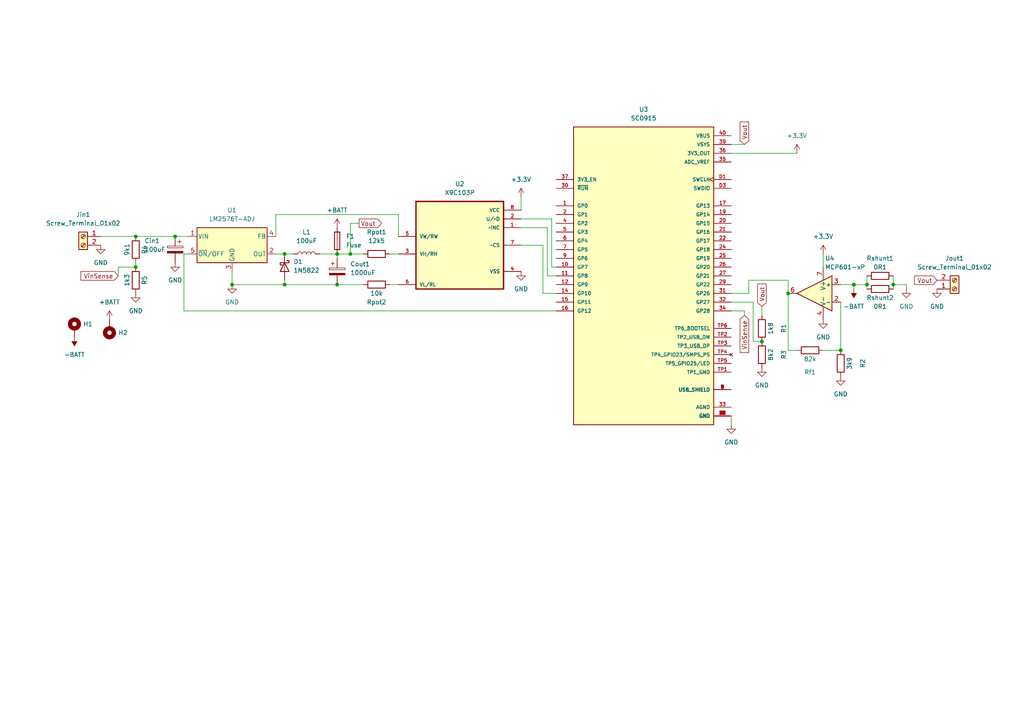
<source format=kicad_sch>
(kicad_sch (version 20211123) (generator eeschema)
  (paper "A4")
  (lib_symbols
    (symbol "Amplifier_Operational:MCP601-xP" (pin_names (offset 0.127))
      (property "Reference" "U" (at 0 6.35 0))
      (property "Value" "MCP601-xP" (at 0 3.81 0))
      (symbol "MCP601-xP_0_1"
        (polyline (pts (xy -5.08 5.08) (xy 5.08 0) (xy -5.08 -5.08) (xy -5.08 5.08)) (stroke (width 0.254)) (fill (type background)))
      )
      (symbol "MCP601-xP_1_1"
        (pin no_connect line (at -5.08 -2.54 90) (length 2.54) hide (name "NC") (number "1"))
        (pin input line (at -7.62 -2.54 0) (length 2.54) (name "-") (number "2"))
        (pin input line (at -7.62 2.54 0) (length 2.54) (name "+") (number "3"))
        (pin power_in line (at -2.54 -7.62 90) (length 3.81) (name "V-") (number "4"))
        (pin no_connect line (at -2.54 -2.54 90) (length 2.54) hide (name "NC") (number "5"))
        (pin output line (at 7.62 0 180) (length 2.54) (name "~") (number "6"))
        (pin power_in line (at -2.54 7.62 270) (length 3.81) (name "V+") (number "7"))
        (pin no_connect line (at 0 -2.54 90) (length 2.54) hide (name "NC") (number "8"))
      )
    )
    (symbol "Connector:Screw_Terminal_01x02" (pin_names (offset 1.016) hide)
      (property "Reference" "J" (at 0 2.54 0))
      (property "Value" "Screw_Terminal_01x02" (at 0 -5.08 0))
      (symbol "Screw_Terminal_01x02_1_1"
        (rectangle (start -1.27 1.27) (end 1.27 -3.81) (stroke (width 0.254)) (fill (type background)))
        (circle (center 0 -2.54) (radius 0.635) (stroke (width 0.1524)))
        (polyline (pts (xy -0.5334 -2.2098) (xy 0.3302 -3.048)) (stroke (width 0.1524)))
        (polyline (pts (xy -0.5334 0.3302) (xy 0.3302 -0.508)) (stroke (width 0.1524)))
        (polyline (pts (xy -0.3556 -2.032) (xy 0.508 -2.8702)) (stroke (width 0.1524)))
        (polyline (pts (xy -0.3556 0.508) (xy 0.508 -0.3302)) (stroke (width 0.1524)))
        (circle (center 0 0) (radius 0.635) (stroke (width 0.1524)))
        (pin passive line (at -5.08 0 0) (length 3.81) (name "Pin_1") (number "1"))
        (pin passive line (at -5.08 -2.54 0) (length 3.81) (name "Pin_2") (number "2"))
      )
    )
    (symbol "Device:C_Polarized" (pin_numbers hide) (pin_names (offset 0.254))
      (property "Reference" "C" (at 0.635 2.54 0))
      (property "Value" "C_Polarized" (at 0.635 -2.54 0))
      (symbol "C_Polarized_0_1"
        (rectangle (start -2.286 0.508) (end 2.286 1.016))
        (polyline (pts (xy -1.778 2.286) (xy -0.762 2.286)))
        (polyline (pts (xy -1.27 2.794) (xy -1.27 1.778)))
        (rectangle (start 2.286 -0.508) (end -2.286 -1.016) (fill (type outline)))
      )
      (symbol "C_Polarized_1_1"
        (pin passive line (at 0 3.81 270) (length 2.794) (name "~") (number "1"))
        (pin passive line (at 0 -3.81 90) (length 2.794) (name "~") (number "2"))
      )
    )
    (symbol "Device:Fuse" (pin_numbers hide) (pin_names (offset 0))
      (property "Reference" "F" (at 2.032 0 90))
      (property "Value" "Fuse" (at -1.905 0 90))
      (symbol "Fuse_0_1"
        (rectangle (start -0.762 -2.54) (end 0.762 2.54) (stroke (width 0.254)))
        (polyline (pts (xy 0 2.54) (xy 0 -2.54)))
      )
      (symbol "Fuse_1_1"
        (pin passive line (at 0 3.81 270) (length 1.27) (name "~") (number "1"))
        (pin passive line (at 0 -3.81 90) (length 1.27) (name "~") (number "2"))
      )
    )
    (symbol "Device:L" (pin_numbers hide) (pin_names (offset 1.016) hide)
      (property "Reference" "L" (at -1.27 0 90))
      (property "Value" "L" (at 1.905 0 90))
      (symbol "L_0_1"
        (arc (start 0 -2.54) (mid 0.635 -1.905) (end 0 -1.27))
        (arc (start 0 -1.27) (mid 0.635 -0.635) (end 0 0))
        (arc (start 0 0) (mid 0.635 0.635) (end 0 1.27))
        (arc (start 0 1.27) (mid 0.635 1.905) (end 0 2.54))
      )
      (symbol "L_1_1"
        (pin passive line (at 0 3.81 270) (length 1.27) (name "1") (number "1"))
        (pin passive line (at 0 -3.81 90) (length 1.27) (name "2") (number "2"))
      )
    )
    (symbol "Device:R" (pin_numbers hide) (pin_names (offset 0))
      (property "Reference" "R" (at 2.032 0 90))
      (property "Value" "R" (at 0 0 90))
      (symbol "R_0_1"
        (rectangle (start -1.016 -2.54) (end 1.016 2.54) (stroke (width 0.254)))
      )
      (symbol "R_1_1"
        (pin passive line (at 0 3.81 270) (length 1.27) (name "~") (number "1"))
        (pin passive line (at 0 -3.81 90) (length 1.27) (name "~") (number "2"))
      )
    )
    (symbol "Diode:1N5822" (pin_numbers hide) (pin_names (offset 1.016) hide)
      (property "Reference" "D" (at 0 2.54 0))
      (property "Value" "1N5822" (at 0 -2.54 0))
      (symbol "1N5822_0_1"
        (polyline (pts (xy 1.27 0) (xy -1.27 0)))
        (polyline (pts (xy 1.27 1.27) (xy 1.27 -1.27) (xy -1.27 0) (xy 1.27 1.27)) (stroke (width 0.254)))
        (polyline (pts (xy -1.905 0.635) (xy -1.905 1.27) (xy -1.27 1.27) (xy -1.27 -1.27) (xy -0.635 -1.27) (xy -0.635 -0.635)) (stroke (width 0.254)))
      )
      (symbol "1N5822_1_1"
        (pin passive line (at -3.81 0 0) (length 2.54) (name "K") (number "1"))
        (pin passive line (at 3.81 0 180) (length 2.54) (name "A") (number "2"))
      )
    )
    (symbol "Mechanical:MountingHole_Pad" (pin_numbers hide) (pin_names (offset 1.016) hide)
      (property "Reference" "H" (at 0 6.35 0))
      (property "Value" "MountingHole_Pad" (at 0 4.445 0))
      (symbol "MountingHole_Pad_0_1"
        (circle (center 0 1.27) (radius 1.27) (stroke (width 1.27)))
      )
      (symbol "MountingHole_Pad_1_1"
        (pin input line (at 0 -2.54 90) (length 2.54) (name "1") (number "1"))
      )
    )
    (symbol "Regulator_Switching:LM2576T-ADJ" (pin_names (offset 0.254))
      (property "Reference" "U" (at -10.16 6.35 0))
      (property "Value" "LM2576T-ADJ" (at 0 6.35 0))
      (symbol "LM2576T-ADJ_0_1"
        (rectangle (start -10.16 5.08) (end 10.16 -5.08) (stroke (width 0.254)) (fill (type background)))
      )
      (symbol "LM2576T-ADJ_1_1"
        (pin power_in line (at -12.7 2.54 0) (length 2.54) (name "VIN") (number "1"))
        (pin output line (at 12.7 -2.54 180) (length 2.54) (name "OUT") (number "2"))
        (pin power_in line (at 0 -7.62 90) (length 2.54) (name "GND") (number "3"))
        (pin input line (at 12.7 2.54 180) (length 2.54) (name "FB") (number "4"))
        (pin input line (at -12.7 -2.54 0) (length 2.54) (name "~{ON}/OFF") (number "5"))
      )
    )
    (symbol "SC0915:SC0915" (pin_names (offset 1.016))
      (property "Reference" "U" (at -20.32 44.069 0))
      (property "Value" "SC0915" (at -20.32 -45.72 0))
      (symbol "SC0915_0_0"
        (rectangle (start -20.32 -43.18) (end 20.32 43.18) (stroke (width 0.254)) (fill (type background)))
        (pin bidirectional line (at -25.4 20.32 0) (length 5.08) (name "GP0") (number "1"))
        (pin bidirectional line (at -25.4 2.54 0) (length 5.08) (name "GP7") (number "10"))
        (pin bidirectional line (at -25.4 0 0) (length 5.08) (name "GP8") (number "11"))
        (pin bidirectional line (at -25.4 -2.54 0) (length 5.08) (name "GP9") (number "12"))
        (pin power_in line (at 25.4 -40.64 180) (length 5.08) (name "GND") (number "13"))
        (pin bidirectional line (at -25.4 -5.08 0) (length 5.08) (name "GP10") (number "14"))
        (pin bidirectional line (at -25.4 -7.62 0) (length 5.08) (name "GP11") (number "15"))
        (pin bidirectional line (at -25.4 -10.16 0) (length 5.08) (name "GP12") (number "16"))
        (pin bidirectional line (at 25.4 20.32 180) (length 5.08) (name "GP13") (number "17"))
        (pin power_in line (at 25.4 -40.64 180) (length 5.08) (name "GND") (number "18"))
        (pin bidirectional line (at 25.4 17.78 180) (length 5.08) (name "GP14") (number "19"))
        (pin bidirectional line (at -25.4 17.78 0) (length 5.08) (name "GP1") (number "2"))
        (pin bidirectional line (at 25.4 15.24 180) (length 5.08) (name "GP15") (number "20"))
        (pin bidirectional line (at 25.4 12.7 180) (length 5.08) (name "GP16") (number "21"))
        (pin bidirectional line (at 25.4 10.16 180) (length 5.08) (name "GP17") (number "22"))
        (pin power_in line (at 25.4 -40.64 180) (length 5.08) (name "GND") (number "23"))
        (pin bidirectional line (at 25.4 7.62 180) (length 5.08) (name "GP18") (number "24"))
        (pin bidirectional line (at 25.4 5.08 180) (length 5.08) (name "GP19") (number "25"))
        (pin bidirectional line (at 25.4 2.54 180) (length 5.08) (name "GP20") (number "26"))
        (pin bidirectional line (at 25.4 0 180) (length 5.08) (name "GP21") (number "27"))
        (pin power_in line (at 25.4 -40.64 180) (length 5.08) (name "GND") (number "28"))
        (pin bidirectional line (at 25.4 -2.54 180) (length 5.08) (name "GP22") (number "29"))
        (pin power_in line (at 25.4 -40.64 180) (length 5.08) (name "GND") (number "3"))
        (pin input line (at -25.4 25.4 0) (length 5.08) (name "~{RUN}") (number "30"))
        (pin bidirectional line (at 25.4 -5.08 180) (length 5.08) (name "GP26") (number "31"))
        (pin bidirectional line (at 25.4 -7.62 180) (length 5.08) (name "GP27") (number "32"))
        (pin power_in line (at 25.4 -38.1 180) (length 5.08) (name "AGND") (number "33"))
        (pin bidirectional line (at 25.4 -10.16 180) (length 5.08) (name "GP28") (number "34"))
        (pin power_in line (at 25.4 33.02 180) (length 5.08) (name "ADC_VREF") (number "35"))
        (pin power_in line (at 25.4 35.56 180) (length 5.08) (name "3V3_OUT") (number "36"))
        (pin input line (at -25.4 27.94 0) (length 5.08) (name "3V3_EN") (number "37"))
        (pin power_in line (at 25.4 -40.64 180) (length 5.08) (name "GND") (number "38"))
        (pin power_in line (at 25.4 38.1 180) (length 5.08) (name "VSYS") (number "39"))
        (pin bidirectional line (at -25.4 15.24 0) (length 5.08) (name "GP2") (number "4"))
        (pin power_in line (at 25.4 40.64 180) (length 5.08) (name "VBUS") (number "40"))
        (pin bidirectional line (at -25.4 12.7 0) (length 5.08) (name "GP3") (number "5"))
        (pin bidirectional line (at -25.4 10.16 0) (length 5.08) (name "GP4") (number "6"))
        (pin bidirectional line (at -25.4 7.62 0) (length 5.08) (name "GP5") (number "7"))
        (pin power_in line (at 25.4 -40.64 180) (length 5.08) (name "GND") (number "8"))
        (pin bidirectional line (at -25.4 5.08 0) (length 5.08) (name "GP6") (number "9"))
        (pin power_in line (at 25.4 -33.02 180) (length 5.08) (name "USB_SHIELD") (number "A"))
        (pin power_in line (at 25.4 -33.02 180) (length 5.08) (name "USB_SHIELD") (number "B"))
        (pin power_in line (at 25.4 -33.02 180) (length 5.08) (name "USB_SHIELD") (number "C"))
        (pin power_in line (at 25.4 -33.02 180) (length 5.08) (name "USB_SHIELD") (number "D"))
        (pin input clock (at 25.4 27.94 180) (length 5.08) (name "SWCLK") (number "D1"))
        (pin power_in line (at 25.4 -40.64 180) (length 5.08) (name "GND") (number "D2"))
        (pin bidirectional line (at 25.4 25.4 180) (length 5.08) (name "SWDIO") (number "D3"))
        (pin power_in line (at 25.4 -27.94 180) (length 5.08) (name "TP1_GND") (number "TP1"))
        (pin bidirectional line (at 25.4 -17.78 180) (length 5.08) (name "TP2_USB_DM") (number "TP2"))
        (pin bidirectional line (at 25.4 -20.32 180) (length 5.08) (name "TP3_USB_DP") (number "TP3"))
        (pin no_connect line (at 25.4 -22.86 180) (length 5.08) (name "TP4_GPIO23/SMPS_PS") (number "TP4"))
        (pin output line (at 25.4 -25.4 180) (length 5.08) (name "TP5_GPIO25/LED") (number "TP5"))
        (pin input line (at 25.4 -15.24 180) (length 5.08) (name "TP6_BOOTSEL") (number "TP6"))
      )
    )
    (symbol "X9C103P:X9C103P" (pin_names (offset 1.016))
      (property "Reference" "U2" (at 0 -20.32 0))
      (property "Value" "X9C103P" (at 0 -17.78 0))
      (symbol "X9C103P_0_0"
        (rectangle (start -12.7 -15.24) (end 12.7 10.16) (stroke (width 0.4064)) (fill (type background)))
        (pin input line (at -17.78 -7.62 0) (length 5.08) (name "~INC") (number "1"))
        (pin input line (at -17.78 -10.16 0) (length 5.08) (name "U/~D") (number "2"))
        (pin passive line (at 17.78 0 180) (length 5.08) (name "VH/RH") (number "3"))
        (pin passive line (at -17.78 5.08 0) (length 5.08) (name "VSS") (number "4"))
        (pin passive line (at 17.78 -5.08 180) (length 5.08) (name "VW/RW") (number "5"))
        (pin passive line (at 17.78 8.89 180) (length 5.08) (name "VL/RL") (number "6"))
        (pin input line (at -17.78 -2.54 0) (length 5.08) (name "~CS") (number "7"))
        (pin power_in line (at -17.78 -12.7 0) (length 5.08) (name "VCC") (number "8"))
      )
    )
    (symbol "power:+3.3V" (power) (pin_names (offset 0))
      (property "Value" "+3.3V" (at 0 3.556 0))
      (symbol "+3.3V_0_1"
        (polyline (pts (xy -0.762 1.27) (xy 0 2.54)))
        (polyline (pts (xy 0 0) (xy 0 2.54)))
        (polyline (pts (xy 0 2.54) (xy 0.762 1.27)))
      )
      (symbol "+3.3V_1_1"
        (pin power_in line (at 0 0 90) (length 0) hide (name "+3.3V") (number "1"))
      )
    )
    (symbol "power:+BATT" (power) (pin_names (offset 0))
      (property "Value" "+BATT" (at 0 3.556 0))
      (symbol "+BATT_0_1"
        (polyline (pts (xy -0.762 1.27) (xy 0 2.54)))
        (polyline (pts (xy 0 0) (xy 0 2.54)))
        (polyline (pts (xy 0 2.54) (xy 0.762 1.27)))
      )
      (symbol "+BATT_1_1"
        (pin power_in line (at 0 0 90) (length 0) hide (name "+BATT") (number "1"))
      )
    )
    (symbol "power:-BATT" (power) (pin_names (offset 0))
      (property "Value" "-BATT" (at 0 3.556 0))
      (symbol "-BATT_0_1"
        (polyline (pts (xy 0 0) (xy 0 2.54)))
        (polyline (pts (xy 0.762 1.27) (xy -0.762 1.27) (xy 0 2.54) (xy 0.762 1.27)) (fill (type outline)))
      )
      (symbol "-BATT_1_1"
        (pin power_in line (at 0 0 90) (length 0) hide (name "-BATT") (number "1"))
      )
    )
    (symbol "power:GND" (power) (pin_names (offset 0))
      (property "Value" "GND" (at 0 -3.81 0))
      (symbol "GND_0_1"
        (polyline (pts (xy 0 0) (xy 0 -1.27) (xy 1.27 -1.27) (xy 0 -2.54) (xy -1.27 -1.27) (xy 0 -1.27)))
      )
      (symbol "GND_1_1"
        (pin power_in line (at 0 0 270) (length 0) hide (name "GND") (number "1"))
      )
    )
  )
  (junction (at 39.37 68.58))
  (junction (at 251.46 82.55))
  (junction (at 101.6 73.66))
  (junction (at 247.65 82.55))
  (junction (at 82.55 82.55))
  (junction (at 259.08 82.55))
  (junction (at 97.79 73.66))
  (junction (at 243.84 101.6))
  (junction (at 67.31 82.55))
  (junction (at 97.79 82.55))
  (junction (at 220.98 99.06))
  (junction (at 39.37 77.47))
  (junction (at 50.8 68.58))
  (junction (at 82.55 73.66))
  (junction (at 228.6 85.09))
  (wire (pts (xy 97.79 82.55) (xy 105.41 82.55)))
  (wire (pts (xy 97.79 82.55) (xy 82.55 82.55)))
  (wire (pts (xy 34.29 80.01) (xy 34.29 77.47)))
  (wire (pts (xy 251.46 82.55) (xy 251.46 83.82)))
  (wire (pts (xy 161.29 77.47) (xy 160.02 77.47)))
  (wire (pts (xy 50.8 68.58) (xy 54.61 68.58)))
  (wire (pts (xy 238.76 101.6) (xy 243.84 101.6)))
  (wire (pts (xy 97.79 73.66) (xy 101.6 73.66)))
  (wire (pts (xy 220.98 88.9) (xy 220.98 91.44)))
  (wire (pts (xy 29.21 68.58) (xy 39.37 68.58)))
  (wire (pts (xy 212.09 87.63) (xy 218.44 87.63)))
  (wire (pts (xy 217.17 85.09) (xy 212.09 85.09)))
  (wire (pts (xy 151.13 63.5) (xy 160.02 63.5)))
  (wire (pts (xy 218.44 99.06) (xy 220.98 99.06)))
  (wire (pts (xy 212.09 41.91) (xy 215.9 41.91)))
  (wire (pts (xy 39.37 68.58) (xy 50.8 68.58)))
  (wire (pts (xy 161.29 80.01) (xy 158.75 80.01)))
  (wire (pts (xy 212.09 44.45) (xy 231.14 44.45)))
  (wire (pts (xy 34.29 77.47) (xy 39.37 77.47)))
  (wire (pts (xy 251.46 80.01) (xy 251.46 82.55)))
  (wire (pts (xy 97.79 73.66) (xy 97.79 74.93)))
  (wire (pts (xy 228.6 101.6) (xy 231.14 101.6)))
  (wire (pts (xy 82.55 73.66) (xy 85.09 73.66)))
  (wire (pts (xy 212.09 120.65) (xy 212.09 123.19)))
  (wire (pts (xy 115.57 62.23) (xy 115.57 68.58)))
  (wire (pts (xy 157.48 71.12) (xy 157.48 85.09)))
  (wire (pts (xy 67.31 82.55) (xy 82.55 82.55)))
  (wire (pts (xy 160.02 77.47) (xy 160.02 63.5)))
  (wire (pts (xy 217.17 81.28) (xy 217.17 85.09)))
  (wire (pts (xy 101.6 73.66) (xy 105.41 73.66)))
  (wire (pts (xy 92.71 73.66) (xy 97.79 73.66)))
  (wire (pts (xy 67.31 82.55) (xy 67.31 78.74)))
  (wire (pts (xy 82.55 82.55) (xy 82.55 81.28)))
  (wire (pts (xy 157.48 85.09) (xy 161.29 85.09)))
  (wire (pts (xy 80.01 73.66) (xy 82.55 73.66)))
  (wire (pts (xy 113.03 73.66) (xy 115.57 73.66)))
  (wire (pts (xy 228.6 85.09) (xy 228.6 81.28)))
  (wire (pts (xy 151.13 57.15) (xy 151.13 60.96)))
  (wire (pts (xy 262.89 83.82) (xy 262.89 82.55)))
  (wire (pts (xy 53.34 73.66) (xy 53.34 90.17)))
  (wire (pts (xy 228.6 81.28) (xy 217.17 81.28)))
  (wire (pts (xy 80.01 62.23) (xy 115.57 62.23)))
  (wire (pts (xy 218.44 87.63) (xy 218.44 99.06)))
  (wire (pts (xy 259.08 82.55) (xy 259.08 83.82)))
  (wire (pts (xy 215.9 90.17) (xy 215.9 91.44)))
  (wire (pts (xy 259.08 80.01) (xy 259.08 82.55)))
  (wire (pts (xy 151.13 66.04) (xy 158.75 66.04)))
  (wire (pts (xy 243.84 82.55) (xy 247.65 82.55)))
  (wire (pts (xy 243.84 101.6) (xy 243.84 87.63)))
  (wire (pts (xy 39.37 76.2) (xy 39.37 77.47)))
  (wire (pts (xy 262.89 82.55) (xy 259.08 82.55)))
  (wire (pts (xy 151.13 71.12) (xy 157.48 71.12)))
  (wire (pts (xy 104.14 64.77) (xy 101.6 64.77)))
  (wire (pts (xy 247.65 82.55) (xy 251.46 82.55)))
  (wire (pts (xy 158.75 80.01) (xy 158.75 66.04)))
  (wire (pts (xy 101.6 64.77) (xy 101.6 73.66)))
  (wire (pts (xy 53.34 73.66) (xy 54.61 73.66)))
  (wire (pts (xy 238.76 73.66) (xy 238.76 77.47)))
  (wire (pts (xy 247.65 82.55) (xy 247.65 83.82)))
  (wire (pts (xy 228.6 85.09) (xy 228.6 101.6)))
  (wire (pts (xy 212.09 90.17) (xy 215.9 90.17)))
  (wire (pts (xy 53.34 90.17) (xy 161.29 90.17)))
  (wire (pts (xy 115.57 82.55) (xy 113.03 82.55)))
  (wire (pts (xy 80.01 62.23) (xy 80.01 68.58)))
  (global_label "Vout" (shape output) (at 104.14 64.77 0) (property "Intersheet References" "${INTERSHEET_REFS}" (effects hide)))
  (global_label "Vout" (shape input) (at 220.98 88.9 90) (property "Intersheet References" "${INTERSHEET_REFS}" (effects hide)))
  (global_label "Vout" (shape input) (at 271.78 81.28 180) (property "Intersheet References" "${INTERSHEET_REFS}" (effects hide)))
  (global_label "VinSense" (shape input) (at 215.9 91.44 270) (property "Intersheet References" "${INTERSHEET_REFS}" (effects hide)))
  (global_label "Vout" (shape input) (at 215.9 41.91 90) (property "Intersheet References" "${INTERSHEET_REFS}" (effects hide)))
  (global_label "VinSense" (shape input) (at 34.29 80.01 180) (property "Intersheet References" "${INTERSHEET_REFS}" (effects hide)))
  (symbol (lib_id "power:+BATT") (at 97.79 66.04 0) (unit 1)
    (property "Reference" "#PWR0104" (effects hide))
    (property "Value" "+BATT" (at 97.79 60.96 0))
  )
  (symbol (lib_id "X9C103P:X9C103P") (at 133.35 73.66 180) (unit 1)
    (property "Reference" "U2" (at 133.35 53.34 0))
    (property "Value" "X9C103P" (at 133.35 55.88 0))
    (property "Footprint" "DIP254P762X533-8" (effects hide))
    (property "OC_NEWARK" "51J6932" (effects hide))
    (property "PACKAGE" "PDIP-8" (effects hide))
    (property "MPN" "X9C103P" (effects hide))
    (property "SUPPLIER" "INTERSIL" (effects hide))
    (property "OC_FARNELL" "-" (effects hide))
  )
  (symbol (lib_id "power:GND") (at 238.76 92.71 0) (unit 1)
    (property "Reference" "#PWR0111" (effects hide))
    (property "Value" "GND" (at 238.76 97.79 0))
  )
  (symbol (lib_id "Connector:Screw_Terminal_01x02") (at 276.86 83.82 0) (mirror x) (unit 1)
    (property "Reference" "Jout1" (at 276.86 74.93 0))
    (property "Value" "Screw_Terminal_01x02" (at 276.86 77.47 0))
    (property "Footprint" "TerminalBlock:TerminalBlock_bornier-2_P5.08mm" (effects hide))
  )
  (symbol (lib_id "Device:R") (at 220.98 95.25 180) (unit 1)
    (property "Reference" "R1" (at 227.33 95.25 90))
    (property "Value" "1k8" (at 223.52 95.25 90))
    (property "Footprint" "Resistor_THT:R_Axial_DIN0207_L6.3mm_D2.5mm_P10.16mm_Horizontal" (effects hide))
  )
  (symbol (lib_id "Amplifier_Operational:MCP601-xP") (at 236.22 85.09 0) (mirror y) (unit 1)
    (property "Reference" "U4" (at 239.2806 74.93 0) (effects (justify right)))
    (property "Value" "MCP601-xP" (at 239.2806 77.47 0) (effects (justify right)))
    (property "Footprint" "Package_DIP:DIP-8_W7.62mm" (effects hide))
    (property "Datasheet" "http://ww1.microchip.com/downloads/en/DeviceDoc/21314g.pdf" (effects hide))
  )
  (symbol (lib_id "power:+3.3V") (at 238.76 73.66 0) (unit 1)
    (property "Reference" "#PWR0107" (effects hide))
    (property "Value" "+3.3V" (at 238.76 68.58 0))
  )
  (symbol (lib_id "Mechanical:MountingHole_Pad") (at 31.75 95.25 180) (unit 1)
    (property "Reference" "H2" (at 34.29 96.5199 0) (effects (justify right)))
    (property "Value" "MountingHole_Pad" (effects hide))
    (property "Footprint" "Connector_Pin:Pin_D1.0mm_L10.0mm" (effects hide))
  )
  (symbol (lib_id "power:GND") (at 39.37 85.09 0) (unit 1)
    (property "Reference" "#PWR0118" (effects hide))
    (property "Value" "GND" (at 39.37 90.17 0))
  )
  (symbol (lib_id "Device:R") (at 255.27 83.82 90) (unit 1)
    (property "Reference" "Rshunt2" (at 255.27 86.36 90))
    (property "Value" "0R1" (at 255.27 77.47 90))
    (property "Footprint" "Resistor_THT:R_Axial_DIN0207_L6.3mm_D2.5mm_P10.16mm_Horizontal" (effects hide))
  )
  (symbol (lib_id "Device:Fuse") (at 97.79 69.85 0) (unit 1)
    (property "Reference" "F1" (at 100.33 68.5799 0) (effects (justify left)))
    (property "Value" "Fuse" (at 100.33 71.1199 0) (effects (justify left)))
    (property "Footprint" "Fuse:Fuseholder_Clip-5x20mm_Littelfuse_445-030_Inline_P20.50x5.20mm_D1.30mm_Horizontal" (effects hide))
  )
  (symbol (lib_id "power:GND") (at 29.21 71.12 0) (unit 1)
    (property "Reference" "#PWR0113" (effects hide))
    (property "Value" "GND" (at 29.21 76.2 0))
  )
  (symbol (lib_id "Regulator_Switching:LM2576T-ADJ") (at 67.31 71.12 0) (unit 1)
    (property "Reference" "U1" (at 67.31 60.96 0))
    (property "Value" "LM2576T-ADJ" (at 67.31 63.5 0))
    (property "Footprint" "Package_TO_SOT_THT:TO-220-5_Vertical" (effects hide))
    (property "Datasheet" "http://www.ti.com/lit/ds/symlink/lm2576.pdf" (effects hide))
  )
  (symbol (lib_id "Device:R") (at 220.98 102.87 180) (unit 1)
    (property "Reference" "R3" (at 227.33 102.87 90))
    (property "Value" "8k2" (at 223.52 102.87 90))
    (property "Footprint" "Resistor_THT:R_Axial_DIN0207_L6.3mm_D2.5mm_P10.16mm_Horizontal" (effects hide))
  )
  (symbol (lib_id "Mechanical:MountingHole_Pad") (at 21.59 95.25 0) (unit 1)
    (property "Reference" "H1" (at 24.13 93.9799 0) (effects (justify left)))
    (property "Value" "MountingHole_Pad" (effects hide))
    (property "Footprint" "Connector_Pin:Pin_D1.0mm_L10.0mm" (effects hide))
  )
  (symbol (lib_id "power:+3.3V") (at 151.13 57.15 0) (unit 1)
    (property "Reference" "#PWR0105" (effects hide))
    (property "Value" "+3.3V" (at 151.13 52.07 0))
  )
  (symbol (lib_id "Device:R") (at 234.95 101.6 90) (unit 1)
    (property "Reference" "Rf1" (at 234.95 107.95 90))
    (property "Value" "82k" (at 234.95 104.14 90))
    (property "Footprint" "Resistor_THT:R_Axial_DIN0207_L6.3mm_D2.5mm_P10.16mm_Horizontal" (effects hide))
  )
  (symbol (lib_id "power:GND") (at 67.31 82.55 0) (unit 1)
    (property "Reference" "#PWR0102" (effects hide))
    (property "Value" "GND" (at 67.31 87.63 0))
  )
  (symbol (lib_id "Connector:Screw_Terminal_01x02") (at 24.13 68.58 0) (mirror y) (unit 1)
    (property "Reference" "Jin1" (at 24.13 62.23 0))
    (property "Value" "Screw_Terminal_01x02" (at 24.13 64.77 0))
    (property "Footprint" "TerminalBlock:TerminalBlock_bornier-2_P5.08mm" (effects hide))
  )
  (symbol (lib_id "Device:R") (at 109.22 82.55 90) (mirror x) (unit 1)
    (property "Reference" "Rpot2" (at 109.22 87.63 90))
    (property "Value" "10k" (at 109.22 85.09 90))
    (property "Footprint" "Resistor_THT:R_Axial_DIN0207_L6.3mm_D2.5mm_P10.16mm_Horizontal" (effects hide))
  )
  (symbol (lib_id "power:GND") (at 243.84 109.22 0) (unit 1)
    (property "Reference" "#PWR0108" (effects hide))
    (property "Value" "GND" (at 243.84 114.3 0))
  )
  (symbol (lib_id "Device:C_Polarized") (at 50.8 72.39 0) (mirror y) (unit 1)
    (property "Reference" "Cin1" (at 41.91 69.85 0) (effects (justify right)))
    (property "Value" "100uF" (at 41.91 72.39 0) (effects (justify right)))
    (property "Footprint" "Capacitor_THT:CP_Radial_D8.0mm_P5.00mm" (effects hide))
  )
  (symbol (lib_id "Device:R") (at 109.22 73.66 90) (unit 1)
    (property "Reference" "Rpot1" (at 109.22 67.31 90))
    (property "Value" "12k5" (at 109.22 69.85 90))
    (property "Footprint" "Resistor_THT:R_Axial_DIN0207_L6.3mm_D2.5mm_P10.16mm_Horizontal" (effects hide))
  )
  (symbol (lib_id "power:GND") (at 220.98 106.68 0) (unit 1)
    (property "Reference" "#PWR0116" (effects hide))
    (property "Value" "GND" (at 220.98 111.76 0))
  )
  (symbol (lib_id "Device:C_Polarized") (at 97.79 78.74 0) (unit 1)
    (property "Reference" "Cout1" (at 101.6 76.5809 0) (effects (justify left)))
    (property "Value" "1000uF" (at 101.6 79.1209 0) (effects (justify left)))
    (property "Footprint" "Capacitor_THT:C_Radial_D16.0mm_H25.0mm_P7.50mm" (effects hide))
  )
  (symbol (lib_id "SC0915:SC0915") (at 186.69 80.01 0) (unit 1)
    (property "Reference" "U3" (at 186.69 31.75 0))
    (property "Value" "SC0915" (at 186.69 34.29 0))
    (property "Footprint" "SC0915:MODULE_SC0915" (effects hide))
    (property "SNAPEDA_PN" "SC0915" (effects hide))
    (property "PARTREV" "1.9" (effects hide))
    (property "STANDARD" "Manufacturer Recommendations" (effects hide))
    (property "MANUFACTURER" "Pi Supply" (effects hide))
  )
  (symbol (lib_id "Diode:1N5822") (at 82.55 77.47 270) (unit 1)
    (property "Reference" "D1" (at 85.09 75.8824 90) (effects (justify left)))
    (property "Value" "1N5822" (at 85.09 78.4224 90) (effects (justify left)))
    (property "Footprint" "Diode_THT:D_DO-201AD_P15.24mm_Horizontal" (effects hide))
    (property "Datasheet" "http://www.vishay.com/docs/88526/1n5820.pdf" (effects hide))
  )
  (symbol (lib_id "power:GND") (at 262.89 83.82 0) (unit 1)
    (property "Reference" "#PWR0110" (effects hide))
    (property "Value" "GND" (at 262.89 88.9 0))
  )
  (symbol (lib_id "Device:R") (at 39.37 81.28 180) (unit 1)
    (property "Reference" "R5" (at 41.91 81.28 90))
    (property "Value" "1k3" (at 36.83 81.28 90))
    (property "Footprint" "Resistor_THT:R_Axial_DIN0207_L6.3mm_D2.5mm_P10.16mm_Horizontal" (effects hide))
  )
  (symbol (lib_id "power:GND") (at 212.09 123.19 0) (unit 1)
    (property "Reference" "#PWR0112" (effects hide))
    (property "Value" "GND" (at 212.09 128.27 0))
  )
  (symbol (lib_id "power:GND") (at 50.8 76.2 0) (unit 1)
    (property "Reference" "#PWR0103" (effects hide))
    (property "Value" "GND" (at 50.8 81.28 0))
  )
  (symbol (lib_id "power:+BATT") (at 31.75 92.71 0) (unit 1)
    (property "Reference" "#PWR0115" (effects hide))
    (property "Value" "+BATT" (at 31.75 87.63 0))
  )
  (symbol (lib_id "power:GND") (at 151.13 78.74 0) (unit 1)
    (property "Reference" "#PWR0101" (effects hide))
    (property "Value" "GND" (at 151.13 83.82 0))
  )
  (symbol (lib_id "Device:R") (at 243.84 105.41 180) (unit 1)
    (property "Reference" "R2" (at 250.19 105.41 90))
    (property "Value" "3k9" (at 246.38 105.41 90))
    (property "Footprint" "Resistor_THT:R_Axial_DIN0207_L6.3mm_D2.5mm_P10.16mm_Horizontal" (effects hide))
  )
  (symbol (lib_id "Device:L") (at 88.9 73.66 90) (unit 1)
    (property "Reference" "L1" (at 88.9 67.31 90))
    (property "Value" "100uF" (at 88.9 69.85 90))
    (property "Footprint" "Inductor_THT:L_Toroid_Vertical_L14.7mm_W8.6mm_P5.58mm_Pulse_KM-1" (effects hide))
  )
  (symbol (lib_id "power:-BATT") (at 247.65 83.82 0) (mirror x) (unit 1)
    (property "Reference" "#PWR0109" (effects hide))
    (property "Value" "-BATT" (at 247.65 88.9 0))
  )
  (symbol (lib_id "power:GND") (at 271.78 83.82 0) (unit 1)
    (property "Reference" "#PWR0117" (effects hide))
    (property "Value" "GND" (at 271.78 88.9 0))
  )
  (symbol (lib_id "power:-BATT") (at 21.59 97.79 0) (mirror x) (unit 1)
    (property "Reference" "#PWR0114" (effects hide))
    (property "Value" "-BATT" (at 21.59 102.87 0))
  )
  (symbol (lib_id "power:+3.3V") (at 231.14 44.45 0) (unit 1)
    (property "Reference" "#PWR0106" (effects hide))
    (property "Value" "+3.3V" (at 231.14 39.37 0))
  )
  (symbol (lib_id "Device:R") (at 255.27 80.01 90) (unit 1)
    (property "Reference" "Rshunt1" (at 255.27 74.93 90))
    (property "Value" "0R1" (at 255.27 88.9 90))
    (property "Footprint" "Resistor_THT:R_Axial_DIN0207_L6.3mm_D2.5mm_P10.16mm_Horizontal" (effects hide))
  )
  (symbol (lib_id "Device:R") (at 39.37 72.39 180) (unit 1)
    (property "Reference" "R4" (at 41.91 72.39 90))
    (property "Value" "9k1" (at 36.83 72.39 90))
    (property "Footprint" "Resistor_THT:R_Axial_DIN0207_L6.3mm_D2.5mm_P10.16mm_Horizontal" (effects hide))
  )
)
</source>
